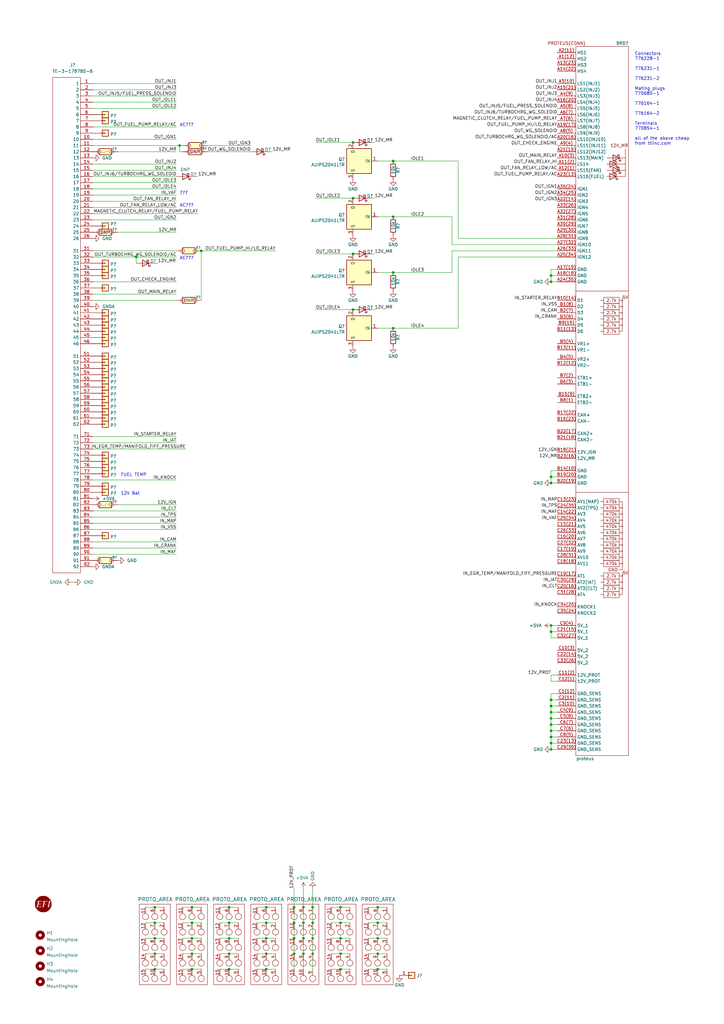
<source format=kicad_sch>
(kicad_sch (version 20210621) (generator eeschema)
  (paper "A3" portrait)
  (junction (at 154.94 391.16))
  (junction (at 109.22 378.46))
  (junction (at 128.27 391.16))
  (junction (at 226.06 299.72))
  (junction (at 144.78 127))
  (junction (at 226.06 294.64))
  (junction (at 120.65 378.46))
  (junction (at 226.06 302.26))
  (junction (at 109.22 384.81))
  (junction (at 144.78 58.42))
  (junction (at 139.7 397.51))
  (junction (at 154.94 397.51))
  (junction (at 226.06 115.57))
  (junction (at 226.06 287.02))
  (junction (at 226.06 297.18))
  (junction (at 120.65 384.81))
  (junction (at 93.98 372.11))
  (junction (at 78.74 391.16))
  (junction (at 226.06 292.1))
  (junction (at 124.46 378.46))
  (junction (at 93.98 391.16))
  (junction (at 78.74 397.51))
  (junction (at 226.06 307.34))
  (junction (at 124.46 391.16))
  (junction (at 139.7 378.46))
  (junction (at 78.74 384.81))
  (junction (at 161.29 66.04))
  (junction (at 154.94 378.46))
  (junction (at 161.29 134.62))
  (junction (at 93.98 397.51))
  (junction (at 124.46 384.81))
  (junction (at 93.98 378.46))
  (junction (at 124.46 372.11))
  (junction (at 120.65 372.11))
  (junction (at 226.06 195.58))
  (junction (at 226.06 289.56))
  (junction (at 226.06 304.8))
  (junction (at 144.78 104.14))
  (junction (at 128.27 378.46))
  (junction (at 63.5 372.11))
  (junction (at 161.29 111.76))
  (junction (at 120.65 391.16))
  (junction (at 63.5 378.46))
  (junction (at 154.94 384.81))
  (junction (at 226.06 198.12))
  (junction (at 161.29 88.9))
  (junction (at 73.66 59.69))
  (junction (at 109.22 372.11))
  (junction (at 109.22 397.51))
  (junction (at 109.22 391.16))
  (junction (at 226.06 259.08))
  (junction (at 63.5 397.51))
  (junction (at 63.5 384.81))
  (junction (at 139.7 372.11))
  (junction (at 93.98 384.81))
  (junction (at 128.27 384.81))
  (junction (at 78.74 372.11))
  (junction (at 139.7 391.16))
  (junction (at 55.88 105.41))
  (junction (at 78.74 378.46))
  (junction (at 144.78 81.28))
  (junction (at 82.55 102.87))
  (junction (at 63.5 391.16))
  (junction (at 128.27 372.11))
  (junction (at 154.94 372.11))
  (junction (at 226.06 113.03))
  (junction (at 139.7 384.81))
  (junction (at 226.06 256.54))
  (wire (pts (xy 63.5 372.11) (xy 67.31 372.11)))
  (wire (pts (xy 38.1 87.63) (xy 81.28 87.63)))
  (wire (pts (xy 59.69 372.11) (xy 63.5 372.11)))
  (wire (pts (xy 120.65 384.81) (xy 120.65 391.16)))
  (wire (pts (xy 120.65 364.49) (xy 120.65 372.11)))
  (wire (pts (xy 78.74 384.81) (xy 82.55 384.81)))
  (wire (pts (xy 226.06 256.54) (xy 228.6 256.54)))
  (wire (pts (xy 78.74 391.16) (xy 82.55 391.16)))
  (wire (pts (xy 74.93 397.51) (xy 78.74 397.51)))
  (wire (pts (xy 161.29 134.62) (xy 187.96 134.62)))
  (wire (pts (xy 111.76 62.23) (xy 110.49 62.23)))
  (wire (pts (xy 38.1 52.07) (xy 72.39 52.07)))
  (wire (pts (xy 135.89 384.81) (xy 139.7 384.81)))
  (wire (pts (xy 161.29 66.04) (xy 187.96 66.04)))
  (wire (pts (xy 129.54 81.28) (xy 144.78 81.28)))
  (wire (pts (xy 124.46 364.49) (xy 124.46 372.11)))
  (wire (pts (xy 226.06 304.8) (xy 228.6 304.8)))
  (wire (pts (xy 226.06 259.08) (xy 228.6 259.08)))
  (wire (pts (xy 226.06 302.26) (xy 228.6 302.26)))
  (wire (pts (xy 153.67 81.28) (xy 152.4 81.28)))
  (wire (pts (xy 187.96 97.79) (xy 228.6 97.79)))
  (wire (pts (xy 187.96 66.04) (xy 187.96 97.79)))
  (wire (pts (xy 109.22 384.81) (xy 113.03 384.81)))
  (wire (pts (xy 74.93 384.81) (xy 78.74 384.81)))
  (wire (pts (xy 38.1 72.39) (xy 72.39 72.39)))
  (wire (pts (xy 139.7 391.16) (xy 143.51 391.16)))
  (wire (pts (xy 93.98 391.16) (xy 97.79 391.16)))
  (wire (pts (xy 72.39 95.25) (xy 48.26 95.25)))
  (wire (pts (xy 153.67 104.14) (xy 152.4 104.14)))
  (wire (pts (xy 124.46 391.16) (xy 124.46 397.51)))
  (wire (pts (xy 93.98 397.51) (xy 97.79 397.51)))
  (wire (pts (xy 55.88 105.41) (xy 72.39 105.41)))
  (wire (pts (xy 38.1 105.41) (xy 55.88 105.41)))
  (wire (pts (xy 139.7 378.46) (xy 143.51 378.46)))
  (wire (pts (xy 109.22 391.16) (xy 113.03 391.16)))
  (wire (pts (xy 38.1 120.65) (xy 72.39 120.65)))
  (wire (pts (xy 226.06 294.64) (xy 228.6 294.64)))
  (wire (pts (xy 151.13 372.11) (xy 154.94 372.11)))
  (wire (pts (xy 38.1 214.63) (xy 72.39 214.63)))
  (wire (pts (xy 226.06 287.02) (xy 228.6 287.02)))
  (wire (pts (xy 187.96 134.62) (xy 187.96 105.41)))
  (wire (pts (xy 187.96 105.41) (xy 228.6 105.41)))
  (wire (pts (xy 38.1 181.61) (xy 72.39 181.61)))
  (wire (pts (xy 135.89 397.51) (xy 139.7 397.51)))
  (wire (pts (xy 109.22 378.46) (xy 113.03 378.46)))
  (wire (pts (xy 154.94 378.46) (xy 158.75 378.46)))
  (wire (pts (xy 154.94 88.9) (xy 161.29 88.9)))
  (wire (pts (xy 226.06 193.04) (xy 226.06 195.58)))
  (wire (pts (xy 226.06 195.58) (xy 226.06 198.12)))
  (wire (pts (xy 90.17 391.16) (xy 93.98 391.16)))
  (wire (pts (xy 153.67 127) (xy 152.4 127)))
  (wire (pts (xy 93.98 372.11) (xy 97.79 372.11)))
  (wire (pts (xy 59.69 384.81) (xy 63.5 384.81)))
  (wire (pts (xy 226.06 307.34) (xy 228.6 307.34)))
  (wire (pts (xy 120.65 372.11) (xy 120.65 378.46)))
  (wire (pts (xy 139.7 384.81) (xy 143.51 384.81)))
  (wire (pts (xy 81.28 72.39) (xy 80.01 72.39)))
  (wire (pts (xy 105.41 391.16) (xy 109.22 391.16)))
  (wire (pts (xy 38.1 57.15) (xy 72.39 57.15)))
  (wire (pts (xy 38.1 102.87) (xy 72.39 102.87)))
  (wire (pts (xy 226.06 284.48) (xy 228.6 284.48)))
  (wire (pts (xy 38.1 67.31) (xy 72.39 67.31)))
  (wire (pts (xy 38.1 80.01) (xy 72.39 80.01)))
  (wire (pts (xy 59.69 391.16) (xy 63.5 391.16)))
  (wire (pts (xy 226.06 276.86) (xy 226.06 279.4)))
  (wire (pts (xy 135.89 391.16) (xy 139.7 391.16)))
  (wire (pts (xy 154.94 111.76) (xy 161.29 111.76)))
  (wire (pts (xy 93.98 384.81) (xy 97.79 384.81)))
  (wire (pts (xy 226.06 110.49) (xy 228.6 110.49)))
  (wire (pts (xy 124.46 372.11) (xy 124.46 378.46)))
  (wire (pts (xy 105.41 372.11) (xy 109.22 372.11)))
  (wire (pts (xy 63.5 397.51) (xy 67.31 397.51)))
  (wire (pts (xy 128.27 372.11) (xy 128.27 378.46)))
  (wire (pts (xy 185.42 102.87) (xy 228.6 102.87)))
  (wire (pts (xy 185.42 111.76) (xy 185.42 102.87)))
  (wire (pts (xy 226.06 195.58) (xy 228.6 195.58)))
  (wire (pts (xy 38.1 77.47) (xy 72.39 77.47)))
  (wire (pts (xy 38.1 44.45) (xy 72.39 44.45)))
  (wire (pts (xy 154.94 134.62) (xy 161.29 134.62)))
  (wire (pts (xy 124.46 384.81) (xy 124.46 391.16)))
  (wire (pts (xy 55.88 105.41) (xy 55.88 107.95)))
  (wire (pts (xy 38.1 179.07) (xy 72.39 179.07)))
  (wire (pts (xy 63.5 391.16) (xy 67.31 391.16)))
  (wire (pts (xy 154.94 66.04) (xy 161.29 66.04)))
  (wire (pts (xy 139.7 372.11) (xy 143.51 372.11)))
  (wire (pts (xy 38.1 217.17) (xy 72.39 217.17)))
  (wire (pts (xy 38.1 82.55) (xy 72.39 82.55)))
  (wire (pts (xy 151.13 378.46) (xy 154.94 378.46)))
  (wire (pts (xy 226.06 289.56) (xy 228.6 289.56)))
  (wire (pts (xy 82.55 102.87) (xy 113.03 102.87)))
  (wire (pts (xy 139.7 397.51) (xy 143.51 397.51)))
  (wire (pts (xy 129.54 58.42) (xy 144.78 58.42)))
  (wire (pts (xy 226.06 302.26) (xy 226.06 304.8)))
  (wire (pts (xy 226.06 299.72) (xy 226.06 302.26)))
  (wire (pts (xy 226.06 292.1) (xy 226.06 294.64)))
  (wire (pts (xy 226.06 294.64) (xy 226.06 297.18)))
  (wire (pts (xy 226.06 287.02) (xy 226.06 289.56)))
  (wire (pts (xy 226.06 289.56) (xy 226.06 292.1)))
  (wire (pts (xy 226.06 297.18) (xy 226.06 299.72)))
  (wire (pts (xy 226.06 284.48) (xy 226.06 287.02)))
  (wire (pts (xy 226.06 304.8) (xy 226.06 307.34)))
  (wire (pts (xy 72.39 62.23) (xy 48.26 62.23)))
  (wire (pts (xy 226.06 256.54) (xy 226.06 259.08)))
  (wire (pts (xy 226.06 259.08) (xy 226.06 261.62)))
  (wire (pts (xy 226.06 193.04) (xy 228.6 193.04)))
  (wire (pts (xy 73.66 62.23) (xy 73.66 59.69)))
  (wire (pts (xy 74.93 62.23) (xy 73.66 62.23)))
  (wire (pts (xy 82.55 102.87) (xy 82.55 123.19)))
  (wire (pts (xy 151.13 384.81) (xy 154.94 384.81)))
  (wire (pts (xy 129.54 104.14) (xy 144.78 104.14)))
  (wire (pts (xy 226.06 113.03) (xy 226.06 115.57)))
  (wire (pts (xy 74.93 372.11) (xy 78.74 372.11)))
  (wire (pts (xy 74.93 378.46) (xy 78.74 378.46)))
  (wire (pts (xy 38.1 115.57) (xy 72.39 115.57)))
  (wire (pts (xy 38.1 34.29) (xy 72.39 34.29)))
  (wire (pts (xy 226.06 198.12) (xy 228.6 198.12)))
  (wire (pts (xy 124.46 378.46) (xy 124.46 384.81)))
  (wire (pts (xy 90.17 372.11) (xy 93.98 372.11)))
  (wire (pts (xy 154.94 372.11) (xy 158.75 372.11)))
  (wire (pts (xy 128.27 384.81) (xy 128.27 391.16)))
  (wire (pts (xy 153.67 58.42) (xy 152.4 58.42)))
  (wire (pts (xy 135.89 372.11) (xy 139.7 372.11)))
  (wire (pts (xy 151.13 397.51) (xy 154.94 397.51)))
  (wire (pts (xy 38.1 90.17) (xy 72.39 90.17)))
  (wire (pts (xy 85.09 59.69) (xy 102.87 59.69)))
  (wire (pts (xy 226.06 299.72) (xy 228.6 299.72)))
  (wire (pts (xy 129.54 127) (xy 144.78 127)))
  (wire (pts (xy 59.69 378.46) (xy 63.5 378.46)))
  (wire (pts (xy 64.77 107.95) (xy 63.5 107.95)))
  (wire (pts (xy 161.29 88.9) (xy 185.42 88.9)))
  (wire (pts (xy 85.09 62.23) (xy 102.87 62.23)))
  (wire (pts (xy 226.06 276.86) (xy 228.6 276.86)))
  (wire (pts (xy 105.41 397.51) (xy 109.22 397.51)))
  (wire (pts (xy 29.21 238.76) (xy 30.48 238.76)))
  (wire (pts (xy 128.27 378.46) (xy 128.27 384.81)))
  (wire (pts (xy 38.1 209.55) (xy 72.39 209.55)))
  (wire (pts (xy 226.06 110.49) (xy 226.06 113.03)))
  (wire (pts (xy 120.65 391.16) (xy 120.65 397.51)))
  (wire (pts (xy 228.6 100.33) (xy 185.42 100.33)))
  (wire (pts (xy 185.42 100.33) (xy 185.42 88.9)))
  (wire (pts (xy 59.69 397.51) (xy 63.5 397.51)))
  (wire (pts (xy 38.1 74.93) (xy 72.39 74.93)))
  (wire (pts (xy 78.74 397.51) (xy 82.55 397.51)))
  (wire (pts (xy 226.06 297.18) (xy 228.6 297.18)))
  (wire (pts (xy 105.41 378.46) (xy 109.22 378.46)))
  (wire (pts (xy 38.1 224.79) (xy 72.39 224.79)))
  (wire (pts (xy 38.1 123.19) (xy 72.39 123.19)))
  (wire (pts (xy 78.74 372.11) (xy 82.55 372.11)))
  (wire (pts (xy 38.1 39.37) (xy 72.39 39.37)))
  (wire (pts (xy 120.65 378.46) (xy 120.65 384.81)))
  (wire (pts (xy 151.13 391.16) (xy 154.94 391.16)))
  (wire (pts (xy 161.29 111.76) (xy 185.42 111.76)))
  (wire (pts (xy 109.22 397.51) (xy 113.03 397.51)))
  (wire (pts (xy 38.1 227.33) (xy 72.39 227.33)))
  (wire (pts (xy 78.74 378.46) (xy 82.55 378.46)))
  (wire (pts (xy 109.22 372.11) (xy 113.03 372.11)))
  (wire (pts (xy 38.1 36.83) (xy 72.39 36.83)))
  (wire (pts (xy 38.1 85.09) (xy 72.39 85.09)))
  (wire (pts (xy 226.06 279.4) (xy 228.6 279.4)))
  (wire (pts (xy 154.94 397.51) (xy 158.75 397.51)))
  (wire (pts (xy 38.1 41.91) (xy 72.39 41.91)))
  (wire (pts (xy 226.06 292.1) (xy 228.6 292.1)))
  (wire (pts (xy 38.1 184.15) (xy 76.2 184.15)))
  (wire (pts (xy 128.27 364.49) (xy 128.27 372.11)))
  (wire (pts (xy 38.1 59.69) (xy 73.66 59.69)))
  (wire (pts (xy 73.66 59.69) (xy 74.93 59.69)))
  (wire (pts (xy 154.94 384.81) (xy 158.75 384.81)))
  (wire (pts (xy 226.06 115.57) (xy 228.6 115.57)))
  (wire (pts (xy 90.17 378.46) (xy 93.98 378.46)))
  (wire (pts (xy 226.06 261.62) (xy 228.6 261.62)))
  (wire (pts (xy 63.5 378.46) (xy 67.31 378.46)))
  (wire (pts (xy 154.94 391.16) (xy 158.75 391.16)))
  (wire (pts (xy 38.1 69.85) (xy 72.39 69.85)))
  (wire (pts (xy 38.1 212.09) (xy 72.39 212.09)))
  (wire (pts (xy 90.17 397.51) (xy 93.98 397.51)))
  (wire (pts (xy 38.1 196.85) (xy 72.39 196.85)))
  (wire (pts (xy 38.1 222.25) (xy 72.39 222.25)))
  (wire (pts (xy 90.17 384.81) (xy 93.98 384.81)))
  (wire (pts (xy 74.93 391.16) (xy 78.74 391.16)))
  (wire (pts (xy 63.5 384.81) (xy 67.31 384.81)))
  (wire (pts (xy 128.27 391.16) (xy 128.27 397.51)))
  (wire (pts (xy 72.39 207.01) (xy 48.26 207.01)))
  (wire (pts (xy 93.98 378.46) (xy 97.79 378.46)))
  (wire (pts (xy 226.06 113.03) (xy 228.6 113.03)))
  (wire (pts (xy 105.41 384.81) (xy 109.22 384.81)))
  (wire (pts (xy 135.89 378.46) (xy 139.7 378.46)))
  (text "FUEL TEMP" (at 49.53 195.58 0) (effects (font (size 1.27 1.27)) (justify left bottom)))
  (text "AC???" (at 73.66 106.68 0) (effects (font (size 1.27 1.27)) (justify left bottom)))
  (text "AC???" (at 73.66 85.09 0) (effects (font (size 1.27 1.27)) (justify left bottom)))
  (text "???" (at 73.66 80.01 0) (effects (font (size 1.27 1.27)) (justify left bottom)))
  (text "AC???" (at 73.66 52.07 0) (effects (font (size 1.27 1.27)) (justify left bottom)))
  (text "Connectors\n776228-1\n\n776231-1\n\n776231-2\n\nMating plugs\n770680-1\n\n776164-1\n\n776164-2\n\nTerminals\n770854-1\n\nall of the above cheap\nfrom ttiinc.com" (at 260.35 59.69 0) (effects (font (size 1.27 1.27)) (justify left bottom)))
  (text "12V Bat" (at 49.53 203.2 0) (effects (font (size 1.27 1.27)) (justify left bottom)))
  (label "IN_VSS" (at 228.6 125.73 180))
  (label "OUT_MAIN_RELAY" (at 72.39 120.65 180))
  (label "IN_MAP" (at 228.6 205.74 180))
  (label "IN_IAT" (at 228.6 238.76 180))
  (label "IN_EGR_TEMP{slash}MANIFOLD_FIFF_PRESSURE" (at 76.2 184.15 180))
  (label "OUT_IDLE4" (at 129.54 127 0))
  (label "12V_PROT" (at 226.06 276.86 180))
  (label "12V_MR" (at 153.67 104.14 0))
  (label "12V_MR" (at 81.28 72.39 0))
  (label "OUT_INJ6{slash}TURBOCHRG_WG_SOLEOID" (at 228.6 46.99 180))
  (label "IN_MAF" (at 228.6 210.82 180))
  (label "OUT_INJ4" (at 72.39 69.85 180))
  (label "OUT_IDLE4" (at 72.39 77.47 180))
  (label "OUT_IDLE1" (at 72.39 41.91 180))
  (label "OUT_INJ5{slash}FUEL_PRESS_SOLENOID" (at 228.6 44.45 180))
  (label "IN_TPS" (at 72.39 212.09 180))
  (label "IDLE1" (at 173.99 66.04 180))
  (label "12V_MR" (at 153.67 127 0))
  (label "IN_TPS" (at 228.6 208.28 180))
  (label "12V_PROT" (at 120.65 364.49 90))
  (label "OUT_IDLE2" (at 129.54 81.28 0))
  (label "OUT_MAIN_RELAY" (at 228.6 64.77 180))
  (label "OUT_INJ5{slash}FUEL_PRESS_SOLENOID" (at 72.39 39.37 180))
  (label "12V_IGN" (at 228.6 185.42 180))
  (label "OUT_IGN3" (at 228.6 82.55 180))
  (label "OUT_FUEL_PUMP_HI{slash}LO_RELAY" (at 113.03 102.87 180))
  (label "IN_STARTER_RELAY" (at 228.6 123.19 180))
  (label "IN_CLT" (at 72.39 209.55 180))
  (label "OUT_IDLE2" (at 72.39 44.45 180))
  (label "OUT_INJ3" (at 228.6 39.37 180))
  (label "IN_CLT" (at 228.6 241.3 180))
  (label "IDLE2" (at 173.99 88.9 180))
  (label "12V_MR" (at 153.67 58.42 0))
  (label "OUT_CHECK_ENGINE" (at 72.39 115.57 180))
  (label "IN_CRANK" (at 228.6 130.81 180))
  (label "IN_STARTER_RELAY" (at 72.39 179.07 180))
  (label "IN_EGR_TEMP{slash}MANIFOLD_FIFF_PRESSURE" (at 228.6 236.22 180))
  (label "12V_MR" (at 153.67 81.28 0))
  (label "12V_IGN" (at 72.39 207.01 180))
  (label "OUT_IGN1" (at 228.6 77.47 180))
  (label "IN_KNOCK" (at 72.39 196.85 180))
  (label "OUT_INJ2" (at 72.39 67.31 180))
  (label "IN_CAM" (at 72.39 222.25 180))
  (label "OUT_INJ1" (at 228.6 34.29 180))
  (label "OUT_TURBOCHRG_WG_SOLENOID{slash}AC" (at 228.6 57.15 180))
  (label "12V_MR" (at 72.39 95.25 180))
  (label "OUT_WG_SOLENOID" (at 102.87 62.23 180))
  (label "IN_VAF" (at 228.6 213.36 180))
  (label "IN_VSS" (at 72.39 217.17 180))
  (label "IN_KNOCK" (at 228.6 248.92 180))
  (label "12V_MR" (at 72.39 62.23 180))
  (label "12V_MR" (at 111.76 62.23 0))
  (label "OUT_FAN_RELAY_HI" (at 228.6 67.31 180))
  (label "IN_IAT" (at 72.39 181.61 180))
  (label "OUT_FAN_RELAY_LOW{slash}AC" (at 72.39 85.09 180))
  (label "OUT_INJ1" (at 72.39 34.29 180))
  (label "OUT_FUEL_PUMP_HI{slash}LO_RELAY" (at 228.6 52.07 180))
  (label "OUT_FUEL_PUMP_RELAY{slash}AC" (at 228.6 72.39 180))
  (label "OUT_IDLE3" (at 72.39 74.93 180))
  (label "IDLE4" (at 173.99 134.62 180))
  (label "IN_VAF" (at 72.39 80.01 180))
  (label "OUT_INJ4" (at 228.6 41.91 180))
  (label "OUT_IGN2" (at 228.6 80.01 180))
  (label "OUT_IDLE1" (at 129.54 58.42 0))
  (label "OUT_INJ6{slash}TURBOCHRG_WG_SOLEOID" (at 72.39 72.39 180))
  (label "OUT_INJ3" (at 72.39 36.83 180))
  (label "OUT_FAN_RELAY_HI" (at 72.39 82.55 180))
  (label "IN_CRANK" (at 72.39 224.79 180))
  (label "12V_MR" (at 228.6 187.96 180))
  (label "OUT_IGN1" (at 72.39 57.15 180))
  (label "OUT_IGN2" (at 72.39 90.17 180))
  (label "OUT_FAN_RELAY_LOW{slash}AC" (at 228.6 69.85 180))
  (label "OUT_CHECK_ENGINE" (at 228.6 59.69 180))
  (label "12V_MR" (at 64.77 107.95 0))
  (label "OUT_WG_SOLENOID" (at 228.6 54.61 180))
  (label "IN_CAM" (at 228.6 128.27 180))
  (label "OUT_IDLE3" (at 129.54 104.14 0))
  (label "IDLE3" (at 173.99 111.76 180))
  (label "OUT_FUEL_PUMP_RELAY{slash}AC" (at 72.39 52.07 180))
  (label "MAGNETIC_CLUTCH_RELAY{slash}FUEL_PUMP_RELAY" (at 228.6 49.53 180))
  (label "OUT_INJ2" (at 228.6 36.83 180))
  (label "OUT_IGN3" (at 102.87 59.69 180))
  (label "MAGNETIC_CLUTCH_RELAY{slash}FUEL_PUMP_RELAY" (at 81.28 87.63 180))
  (label "IN_MAF" (at 72.39 227.33 180))
  (label "IN_MAP" (at 72.39 214.63 180))
  (label "OUT_TURBOCHRG_WG_SOLENOID{slash}AC" (at 72.39 105.41 180))
  (symbol (lib_id "power:GND") (at 38.1 97.79 90) (unit 1)
    (property "Reference" "#PWR?" (effects hide))
    (property "Value" "GND" (at 41.91 97.79 90) (effects (justify right)))
  )
  (symbol (lib_id "hellen-one-common:Pad") (at 43.18 158.75 0) (unit 1)
    (property "Reference" "P?" (at 45.2121 159.229 0) (effects (justify left)))
    (property "Value" "Pad" (effects hide))
    (property "Footprint" "hellen-one-common:PAD-TH" (effects hide))
  )
  (symbol (lib_id "hellen-one-common:PROTO_AREA") (at 67.31 370.84 270) (unit 1)
    (property "Reference" "G?" (effects hide))
    (property "Value" "PROTO_AREA" (at 56.5055 368.8763 90) (effects (font (size 1.524 1.524)) (justify left)))
    (property "Footprint" "hellen-one-common:PROTO_AREA" (effects hide))
  )
  (symbol (lib_id "hellen-one-common:Fuse-Pad-Pad") (at 43.18 95.25 0) (unit 1)
    (property "Reference" "F?" (at 46.99 94.1189 0) (effects (font (size 1.016 1.016))))
    (property "Value" "Fuse-Pad-Pad" (effects hide))
    (property "Footprint" "hellen-one-common:PAD-1206-PAD" (effects hide))
    (property "MyComment" "DNP" (at 43.18 95.25 0))
  )
  (symbol (lib_id "Device:R") (at 161.29 115.57 0) (mirror x) (unit 1)
    (property "Reference" "R?" (at 163.31 115.5078 90))
    (property "Value" "10k" (at 161.3355 115.3698 90))
    (property "Footprint" "Resistor_SMD:R_0402_1005Metric" (effects hide))
    (property "LCSC" "C60489" (effects hide))
  )
  (symbol (lib_id "Mechanical:MountingHole") (at 16.51 402.59 0) (unit 1)
    (property "Reference" "H4" (at 19.05 401.6815 0) (effects (justify left)))
    (property "Value" "MountingHole" (at 19.05 404.4566 0) (effects (justify left)))
    (property "Footprint" "MountingHole:MountingHole_5mm_Pad_TopOnly" (effects hide))
  )
  (symbol (lib_id "power:+5VA") (at 38.1 204.47 270) (unit 1)
    (property "Reference" "#PWR?" (effects hide))
    (property "Value" "+5VA" (at 41.91 204.4699 90) (effects (justify left)))
  )
  (symbol (lib_id "Device:D_Schottky") (at 106.68 62.23 180) (unit 1)
    (property "Reference" "D?" (at 109.8652 61.3314 0))
    (property "Value" "D_Schottky" (effects hide))
    (property "Footprint" "Diode_SMD:D_SMA" (effects hide))
    (property "LCSC" "C8678" (effects hide))
    (property "LCSC_ext" "0" (effects hide))
  )
  (symbol (lib_id "hellen-one-common:Pad") (at 43.18 107.95 0) (unit 1)
    (property "Reference" "P?" (at 45.2121 108.429 0) (effects (justify left)))
    (property "Value" "Pad" (effects hide))
    (property "Footprint" "hellen-one-common:PAD-TH" (effects hide))
  )
  (symbol (lib_id "hellen-one-common:PROTO_AREA") (at 97.79 370.84 270) (unit 1)
    (property "Reference" "G?" (effects hide))
    (property "Value" "PROTO_AREA" (at 86.9855 368.8763 90) (effects (font (size 1.524 1.524)) (justify left)))
    (property "Footprint" "hellen-one-common:PROTO_AREA" (effects hide))
  )
  (symbol (lib_id "Power_Management:AUIPS2041L") (at 144.78 111.76 0) (mirror y) (unit 1)
    (property "Reference" "Q?" (at 141.478 110.9991 0) (effects (justify left)))
    (property "Value" "AUIPS2041LTR" (at 141.478 113.2978 0) (effects (justify left)))
    (property "Footprint" "Package_TO_SOT_SMD:SOT-223" (effects hide))
    (property "Datasheet" "https://www.infineon.com/dgdl/Infineon-AUIPS2041-DS-v01_00-EN.pdf?fileId=5546d4625a888733015aae147a9d4c57" (effects hide))
    (property "LCSC" "C113610" (effects hide))
  )
  (symbol (lib_id "hellen-one-common:Pad") (at 43.18 148.59 0) (unit 1)
    (property "Reference" "P?" (at 45.2121 149.069 0) (effects (justify left)))
    (property "Value" "Pad" (effects hide))
    (property "Footprint" "hellen-one-common:PAD-TH" (effects hide))
  )
  (symbol (lib_id "power:GND") (at 226.06 198.12 270) (unit 1)
    (property "Reference" "#PWR?" (effects hide))
    (property "Value" "GND" (at 222.885 198.12 90) (effects (justify right)))
  )
  (symbol (lib_id "hellen-one-common:Jumper-Pad-Pad") (at 77.47 123.19 0) (unit 1)
    (property "Reference" "R?" (at 81.28 121.92 0) (effects (font (size 1.016 1.016))))
    (property "Value" "Jumper-Pad-Pad" (effects hide))
    (property "Footprint" "hellen-one-common:PAD-0805-PAD" (effects hide))
    (property "MyComment" "DNP" (at 77.47 123.19 0))
  )
  (symbol (lib_id "Device:D_Schottky") (at 59.69 107.95 180) (unit 1)
    (property "Reference" "D?" (at 62.8752 107.0514 0))
    (property "Value" "D_Schottky" (effects hide))
    (property "Footprint" "Diode_SMD:D_SMA" (effects hide))
    (property "LCSC" "C8678" (effects hide))
    (property "LCSC_ext" "0" (effects hide))
  )
  (symbol (lib_id "power:GND") (at 144.78 142.24 0) (mirror y) (unit 1)
    (property "Reference" "#PWR?" (effects hide))
    (property "Value" "GND" (at 144.78 146.05 0))
  )
  (symbol (lib_id "power:GNDA") (at 38.1 125.73 90) (unit 1)
    (property "Reference" "#PWR?" (effects hide))
    (property "Value" "GNDA" (at 41.91 125.7299 90) (effects (justify right)))
  )
  (symbol (lib_id "hellen-one-common:Pad") (at 43.18 201.93 0) (unit 1)
    (property "Reference" "P?" (at 45.2121 202.409 0) (effects (justify left)))
    (property "Value" "Pad" (effects hide))
    (property "Footprint" "hellen-one-common:PAD-TH" (effects hide))
  )
  (symbol (lib_id "hellen-one-common:Pad") (at 43.18 161.29 0) (unit 1)
    (property "Reference" "P?" (at 45.2121 161.769 0) (effects (justify left)))
    (property "Value" "Pad" (effects hide))
    (property "Footprint" "hellen-one-common:PAD-TH" (effects hide))
  )
  (symbol (lib_id "proteus:proteus") (at 236.22 19.05 0) (unit 1)
    (property "Reference" "BRD?" (at 255.27 17.78 0))
    (property "Value" "proteus" (at 240.03 311.15 0))
    (property "Footprint" "kicad6-libraries:proteus" (effects hide))
  )
  (symbol (lib_id "hellen-one-common:Pad") (at 43.18 156.21 0) (unit 1)
    (property "Reference" "P?" (at 45.2121 156.689 0) (effects (justify left)))
    (property "Value" "Pad" (effects hide))
    (property "Footprint" "hellen-one-common:PAD-TH" (effects hide))
  )
  (symbol (lib_id "hellen-one-common:Pad") (at 43.18 140.97 0) (unit 1)
    (property "Reference" "P?" (at 45.2121 141.449 0) (effects (justify left)))
    (property "Value" "Pad" (effects hide))
    (property "Footprint" "hellen-one-common:PAD-TH" (effects hide))
  )
  (symbol (lib_id "power:GND") (at 30.48 238.76 90) (unit 1)
    (property "Reference" "#PWR?" (effects hide))
    (property "Value" "GND" (at 34.29 238.76 90) (effects (justify right)))
  )
  (symbol (lib_id "hellen-one-common:Pad") (at 43.18 135.89 0) (unit 1)
    (property "Reference" "P?" (at 45.2121 136.369 0) (effects (justify left)))
    (property "Value" "Pad" (effects hide))
    (property "Footprint" "hellen-one-common:PAD-TH" (effects hide))
  )
  (symbol (lib_id "Device:D_Schottky") (at 148.59 104.14 180) (unit 1)
    (property "Reference" "D?" (at 151.7752 103.2414 0))
    (property "Value" "D_Schottky" (effects hide))
    (property "Footprint" "Diode_SMD:D_SMA" (effects hide))
    (property "LCSC" "C8678" (effects hide))
    (property "LCSC_ext" "0" (effects hide))
  )
  (symbol (lib_id "hellen-one-common:Pad") (at 43.18 130.81 0) (unit 1)
    (property "Reference" "P?" (at 45.2121 131.289 0) (effects (justify left)))
    (property "Value" "Pad" (effects hide))
    (property "Footprint" "hellen-one-common:PAD-TH" (effects hide))
  )
  (symbol (lib_id "hellen-one-common:Pad") (at 43.18 110.49 0) (unit 1)
    (property "Reference" "P?" (at 45.2121 110.969 0) (effects (justify left)))
    (property "Value" "Pad" (effects hide))
    (property "Footprint" "hellen-one-common:PAD-TH" (effects hide))
  )
  (symbol (lib_id "hellen-one-common:Pad") (at 43.18 54.61 0) (unit 1)
    (property "Reference" "P?" (at 45.2121 55.089 0) (effects (justify left)))
    (property "Value" "Pad" (effects hide))
    (property "Footprint" "hellen-one-common:PAD-TH" (effects hide))
  )
  (symbol (lib_id "hellen-one-common:Pad") (at 43.18 151.13 0) (unit 1)
    (property "Reference" "P?" (at 45.2121 151.609 0) (effects (justify left)))
    (property "Value" "Pad" (effects hide))
    (property "Footprint" "hellen-one-common:PAD-TH" (effects hide))
  )
  (symbol (lib_id "power:GND") (at 144.78 96.52 0) (mirror y) (unit 1)
    (property "Reference" "#PWR?" (effects hide))
    (property "Value" "GND" (at 144.78 100.33 0))
  )
  (symbol (lib_id "power:GND") (at 161.29 142.24 0) (unit 1)
    (property "Reference" "#PWR?" (effects hide))
    (property "Value" "GND" (at 161.29 146.05 0))
  )
  (symbol (lib_id "hellen-one-common:Pad") (at 43.18 199.39 0) (unit 1)
    (property "Reference" "P?" (at 45.2121 199.869 0) (effects (justify left)))
    (property "Value" "Pad" (effects hide))
    (property "Footprint" "hellen-one-common:PAD-TH" (effects hide))
  )
  (symbol (lib_id "hellen-one-common:Jumper-Pad-Pad") (at 43.18 229.87 0) (unit 1)
    (property "Reference" "R?" (at 46.99 228.6 0) (effects (font (size 1.016 1.016))))
    (property "Value" "Jumper-Pad-Pad" (effects hide))
    (property "Footprint" "hellen-one-common:PAD-0805-PAD" (effects hide))
    (property "LCSC" "C17477" (effects hide))
  )
  (symbol (lib_id "hellen-one-common:Pad") (at 43.18 46.99 0) (unit 1)
    (property "Reference" "P?" (at 45.2121 47.469 0) (effects (justify left)))
    (property "Value" "Pad" (effects hide))
    (property "Footprint" "hellen-one-common:PAD-TH" (effects hide))
  )
  (symbol (lib_id "Mechanical:MountingHole") (at 16.51 396.24 0) (unit 1)
    (property "Reference" "H3" (at 19.05 395.3315 0) (effects (justify left)))
    (property "Value" "MountingHole" (at 19.05 398.1066 0) (effects (justify left)))
    (property "Footprint" "MountingHole:MountingHole_5mm_Pad_TopOnly" (effects hide))
  )
  (symbol (lib_id "Mechanical:MountingHole") (at 16.51 383.54 0) (unit 1)
    (property "Reference" "H1" (at 19.05 382.6315 0) (effects (justify left)))
    (property "Value" "MountingHole" (at 19.05 385.4066 0) (effects (justify left)))
    (property "Footprint" "MountingHole:MountingHole_5mm_Pad_TopOnly" (effects hide))
  )
  (symbol (lib_id "TE-3-178780-6:TE-3-178780-6") (at 33.02 31.75 0) (mirror y) (unit 1)
    (property "Reference" "J?" (at 29.8069 26.67 0))
    (property "Value" "TE-3-178780-6" (at 29.8069 29.21 0))
    (property "Footprint" "kicad6-libraries:TE-3-178780-6" (effects hide))
  )
  (symbol (lib_id "power:GNDA") (at 29.21 238.76 270) (unit 1)
    (property "Reference" "#PWR?" (effects hide))
    (property "Value" "GNDA" (at 20.32 238.7599 90) (effects (justify left)))
  )
  (symbol (lib_id "Device:R") (at 161.29 69.85 0) (mirror x) (unit 1)
    (property "Reference" "R?" (at 163.31 69.7878 90))
    (property "Value" "10k" (at 161.3355 69.6498 90))
    (property "Footprint" "Resistor_SMD:R_0402_1005Metric" (effects hide))
    (property "LCSC" "C60489" (effects hide))
  )
  (symbol (lib_id "hellen-one-common:Jumper-Pad-Pad") (at 77.47 102.87 0) (unit 1)
    (property "Reference" "R?" (at 81.28 101.6 0) (effects (font (size 1.016 1.016))))
    (property "Value" "Jumper-Pad-Pad" (effects hide))
    (property "Footprint" "hellen-one-common:PAD-0805-PAD" (effects hide))
    (property "LCSC" "C17477" (effects hide))
  )
  (symbol (lib_id "hellen-one-common:Jumper-Pad-Pad") (at 80.01 62.23 0) (unit 1)
    (property "Reference" "R?" (at 83.82 60.96 0) (effects (font (size 1.016 1.016))))
    (property "Value" "Jumper-Pad-Pad" (effects hide))
    (property "Footprint" "hellen-one-common:PAD-0805-PAD" (effects hide))
    (property "MyComment" "DNP" (at 80.01 62.23 0))
  )
  (symbol (lib_id "hellen-one-common:Pad") (at 43.18 49.53 0) (unit 1)
    (property "Reference" "P?" (at 45.2121 50.009 0) (effects (justify left)))
    (property "Value" "Pad" (effects hide))
    (property "Footprint" "hellen-one-common:PAD-TH" (effects hide))
  )
  (symbol (lib_id "Power_Management:AUIPS2041L") (at 144.78 66.04 0) (mirror y) (unit 1)
    (property "Reference" "Q?" (at 141.478 65.2791 0) (effects (justify left)))
    (property "Value" "AUIPS2041LTR" (at 141.478 67.5778 0) (effects (justify left)))
    (property "Footprint" "Package_TO_SOT_SMD:SOT-223" (effects hide))
    (property "Datasheet" "https://www.infineon.com/dgdl/Infineon-AUIPS2041-DS-v01_00-EN.pdf?fileId=5546d4625a888733015aae147a9d4c57" (effects hide))
    (property "LCSC" "C113610" (effects hide))
  )
  (symbol (lib_id "Device:R") (at 161.29 138.43 0) (mirror x) (unit 1)
    (property "Reference" "R?" (at 163.31 138.3678 90))
    (property "Value" "10k" (at 161.3355 138.2298 90))
    (property "Footprint" "Resistor_SMD:R_0402_1005Metric" (effects hide))
    (property "LCSC" "C60489" (effects hide))
  )
  (symbol (lib_id "hellen-one-common:PROTO_AREA") (at 113.03 370.84 270) (unit 1)
    (property "Reference" "G?" (effects hide))
    (property "Value" "PROTO_AREA" (at 102.2255 368.8763 90) (effects (font (size 1.524 1.524)) (justify left)))
    (property "Footprint" "hellen-one-common:PROTO_AREA" (effects hide))
  )
  (symbol (lib_id "Mechanical:MountingHole") (at 16.51 389.89 0) (unit 1)
    (property "Reference" "H2" (at 19.05 388.9815 0) (effects (justify left)))
    (property "Value" "MountingHole" (at 19.05 391.7566 0) (effects (justify left)))
    (property "Footprint" "MountingHole:MountingHole_5mm_Pad_TopOnly" (effects hide))
  )
  (symbol (lib_id "Power_Management:AUIPS2041L") (at 144.78 134.62 0) (mirror y) (unit 1)
    (property "Reference" "Q?" (at 141.478 133.8591 0) (effects (justify left)))
    (property "Value" "AUIPS2041LTR" (at 141.478 136.1578 0) (effects (justify left)))
    (property "Footprint" "Package_TO_SOT_SMD:SOT-223" (effects hide))
    (property "Datasheet" "https://www.infineon.com/dgdl/Infineon-AUIPS2041-DS-v01_00-EN.pdf?fileId=5546d4625a888733015aae147a9d4c57" (effects hide))
    (property "LCSC" "C113610" (effects hide))
  )
  (symbol (lib_id "hellen-one-common:Pad") (at 43.18 118.11 0) (unit 1)
    (property "Reference" "P?" (at 45.2121 118.589 0) (effects (justify left)))
    (property "Value" "Pad" (effects hide))
    (property "Footprint" "hellen-one-common:PAD-TH" (effects hide))
  )
  (symbol (lib_id "power:GND") (at 161.29 73.66 0) (unit 1)
    (property "Reference" "#PWR?" (effects hide))
    (property "Value" "GND" (at 161.29 77.47 0))
  )
  (symbol (lib_id "hellen-one-common:Pad") (at 43.18 171.45 0) (unit 1)
    (property "Reference" "P?" (at 45.2121 171.929 0) (effects (justify left)))
    (property "Value" "Pad" (effects hide))
    (property "Footprint" "hellen-one-common:PAD-TH" (effects hide))
  )
  (symbol (lib_id "Device:D_Schottky") (at 148.59 127 180) (unit 1)
    (property "Reference" "D?" (at 151.7752 126.1014 0))
    (property "Value" "D_Schottky" (effects hide))
    (property "Footprint" "Diode_SMD:D_SMA" (effects hide))
    (property "LCSC" "C8678" (effects hide))
    (property "LCSC_ext" "0" (effects hide))
  )
  (symbol (lib_id "power:GND") (at 163.83 400.05 0) (unit 1)
    (property "Reference" "#PWR?" (effects hide))
    (property "Value" "GND" (at 163.8808 403.9934 0))
  )
  (symbol (lib_id "power:+5VA") (at 124.46 364.49 0) (unit 1)
    (property "Reference" "#PWR?" (effects hide))
    (property "Value" "+5VA" (at 126.521 360.0451 0) (effects (justify right)))
  )
  (symbol (lib_id "hellen-one-common:Pad") (at 43.18 219.71 0) (unit 1)
    (property "Reference" "P?" (at 45.2121 220.189 0) (effects (justify left)))
    (property "Value" "Pad" (effects hide))
    (property "Footprint" "hellen-one-common:PAD-TH" (effects hide))
  )
  (symbol (lib_id "power:GND") (at 128.27 364.49 180) (unit 1)
    (property "Reference" "#PWR?" (effects hide))
    (property "Value" "GND" (at 128.27 361.315 90) (effects (justify right)))
  )
  (symbol (lib_id "power:GND") (at 144.78 73.66 0) (mirror y) (unit 1)
    (property "Reference" "#PWR?" (effects hide))
    (property "Value" "GND" (at 144.78 77.47 0))
  )
  (symbol (lib_id "Connector_Generic:Conn_01x01") (at 168.91 400.05 0) (unit 1)
    (property "Reference" "J?" (at 170.942 400.1516 0) (effects (justify left)))
    (property "Value" "Conn_01x01" (effects hide))
    (property "Footprint" "TestPoint:TestPoint_Pad_D4.0mm" (effects hide))
  )
  (symbol (lib_id "hellen-one-common:Fuse-Pad-Pad") (at 43.18 207.01 0) (unit 1)
    (property "Reference" "F?" (at 46.99 205.8789 0) (effects (font (size 1.016 1.016))))
    (property "Value" "Fuse-Pad-Pad" (effects hide))
    (property "Footprint" "hellen-one-common:PAD-1206-PAD" (effects hide))
    (property "LCSC" "C182446" (effects hide))
  )
  (symbol (lib_id "hellen-one-common:Pad") (at 43.18 186.69 0) (unit 1)
    (property "Reference" "P?" (at 45.2121 187.169 0) (effects (justify left)))
    (property "Value" "Pad" (effects hide))
    (property "Footprint" "hellen-one-common:PAD-TH" (effects hide))
  )
  (symbol (lib_id "Device:D_Schottky") (at 148.59 81.28 180) (unit 1)
    (property "Reference" "D?" (at 151.7752 80.3814 0))
    (property "Value" "D_Schottky" (effects hide))
    (property "Footprint" "Diode_SMD:D_SMA" (effects hide))
    (property "LCSC" "C8678" (effects hide))
    (property "LCSC_ext" "0" (effects hide))
  )
  (symbol (lib_id "power:GND") (at 144.78 119.38 0) (mirror y) (unit 1)
    (property "Reference" "#PWR?" (effects hide))
    (property "Value" "GND" (at 144.78 123.19 0))
  )
  (symbol (lib_id "hellen-one-common:Jumper-Pad-Pad") (at 80.01 59.69 0) (unit 1)
    (property "Reference" "R?" (at 83.82 58.42 0) (effects (font (size 1.016 1.016))))
    (property "Value" "Jumper-Pad-Pad" (effects hide))
    (property "Footprint" "hellen-one-common:PAD-0805-PAD" (effects hide))
    (property "LCSC" "C17477" (effects hide))
  )
  (symbol (lib_id "hellen-one-common:PROTO_AREA") (at 82.55 370.84 270) (unit 1)
    (property "Reference" "G?" (effects hide))
    (property "Value" "PROTO_AREA" (at 71.7455 368.8763 90) (effects (font (size 1.524 1.524)) (justify left)))
    (property "Footprint" "hellen-one-common:PROTO_AREA" (effects hide))
  )
  (symbol (lib_id "Device:D_Schottky") (at 76.2 72.39 180) (unit 1)
    (property "Reference" "D?" (at 79.3852 71.4914 0))
    (property "Value" "DNP" (at 75.9743 69.5731 0))
    (property "Footprint" "Diode_SMD:D_SMA" (effects hide))
    (property "LCSC_ext" "0" (effects hide))
  )
  (symbol (lib_id "hellen-one-common:Pad") (at 43.18 163.83 0) (unit 1)
    (property "Reference" "P?" (at 45.2121 164.309 0) (effects (justify left)))
    (property "Value" "Pad" (effects hide))
    (property "Footprint" "hellen-one-common:PAD-TH" (effects hide))
  )
  (symbol (lib_id "hellen-one-common:Pad") (at 43.18 128.27 0) (unit 1)
    (property "Reference" "P?" (at 45.2121 128.749 0) (effects (justify left)))
    (property "Value" "Pad" (effects hide))
    (property "Footprint" "hellen-one-common:PAD-TH" (effects hide))
  )
  (symbol (lib_id "hellen-one-common:Fuse-Pad-Pad") (at 43.18 62.23 0) (unit 1)
    (property "Reference" "F?" (at 46.99 61.0989 0) (effects (font (size 1.016 1.016))))
    (property "Value" "Fuse-Pad-Pad" (effects hide))
    (property "Footprint" "hellen-one-common:PAD-1206-PAD" (effects hide))
    (property "LCSC" "C182446" (effects hide))
  )
  (symbol (lib_id "hellen-one-common:Pad") (at 43.18 113.03 0) (unit 1)
    (property "Reference" "P?" (at 45.2121 113.509 0) (effects (justify left)))
    (property "Value" "Pad" (effects hide))
    (property "Footprint" "hellen-one-common:PAD-TH" (effects hide))
  )
  (symbol (lib_id "hellen-one-common:Pad") (at 43.18 133.35 0) (unit 1)
    (property "Reference" "P?" (at 45.2121 133.829 0) (effects (justify left)))
    (property "Value" "Pad" (effects hide))
    (property "Footprint" "hellen-one-common:PAD-TH" (effects hide))
  )
  (symbol (lib_id "Power_Management:AUIPS2041L") (at 144.78 88.9 0) (mirror y) (unit 1)
    (property "Reference" "Q?" (at 141.478 88.1391 0) (effects (justify left)))
    (property "Value" "AUIPS2041LTR" (at 141.478 90.4378 0) (effects (justify left)))
    (property "Footprint" "Package_TO_SOT_SMD:SOT-223" (effects hide))
    (property "Datasheet" "https://www.infineon.com/dgdl/Infineon-AUIPS2041-DS-v01_00-EN.pdf?fileId=5546d4625a888733015aae147a9d4c57" (effects hide))
    (property "LCSC" "C113610" (effects hide))
  )
  (symbol (lib_id "hellen-one-common:PROTO_AREA") (at 158.75 370.84 270) (unit 1)
    (property "Reference" "G?" (effects hide))
    (property "Value" "PROTO_AREA" (at 147.9455 368.8763 90) (effects (font (size 1.524 1.524)) (justify left)))
    (property "Footprint" "hellen-one-common:PROTO_AREA" (effects hide))
  )
  (symbol (lib_id "hellen-one-common:Pad") (at 43.18 92.71 0) (unit 1)
    (property "Reference" "P?" (at 45.2121 91.919 0) (effects (justify left)))
    (property "Value" "Pad" (effects hide))
    (property "Footprint" "hellen-one-common:PAD-TH" (effects hide))
  )
  (symbol (lib_id "hellen-one-common:Pad") (at 43.18 194.31 0) (unit 1)
    (property "Reference" "P?" (at 45.2121 194.789 0) (effects (justify left)))
    (property "Value" "Pad" (effects hide))
    (property "Footprint" "hellen-one-common:PAD-TH" (effects hide))
  )
  (symbol (lib_id "power:GND") (at 161.29 96.52 0) (unit 1)
    (property "Reference" "#PWR?" (effects hide))
    (property "Value" "GND" (at 161.29 100.33 0))
  )
  (symbol (lib_id "power:GNDA") (at 38.1 232.41 90) (unit 1)
    (property "Reference" "#PWR?" (effects hide))
    (property "Value" "GNDA" (at 46.99 232.4101 90) (effects (justify left)))
  )
  (symbol (lib_id "hellen-one-common:Pad") (at 43.18 189.23 0) (unit 1)
    (property "Reference" "P?" (at 45.2121 189.709 0) (effects (justify left)))
    (property "Value" "Pad" (effects hide))
    (property "Footprint" "hellen-one-common:PAD-TH" (effects hide))
  )
  (symbol (lib_id "power:+5VA") (at 226.06 256.54 90) (unit 1)
    (property "Reference" "#PWR?" (effects hide))
    (property "Value" "+5VA" (at 222.25 256.5401 90) (effects (justify left)))
  )
  (symbol (lib_id "hellen-one-common:PROTO_AREA") (at 128.27 370.84 270) (unit 1)
    (property "Reference" "G?" (effects hide))
    (property "Value" "PROTO_AREA" (at 117.4655 368.8763 90) (effects (font (size 1.524 1.524)) (justify left)))
    (property "Footprint" "hellen-one-common:PROTO_AREA" (effects hide))
  )
  (symbol (lib_id "hellen-one-common:Pad") (at 43.18 153.67 0) (unit 1)
    (property "Reference" "P?" (at 45.2121 154.149 0) (effects (justify left)))
    (property "Value" "Pad" (effects hide))
    (property "Footprint" "hellen-one-common:PAD-TH" (effects hide))
  )
  (symbol (lib_id "hellen-one-common:Pad") (at 43.18 138.43 0) (unit 1)
    (property "Reference" "P?" (at 45.2121 138.909 0) (effects (justify left)))
    (property "Value" "Pad" (effects hide))
    (property "Footprint" "hellen-one-common:PAD-TH" (effects hide))
  )
  (symbol (lib_id "power:GND") (at 226.06 115.57 270) (unit 1)
    (property "Reference" "#PWR?" (effects hide))
    (property "Value" "GND" (at 222.885 115.57 90) (effects (justify right)))
  )
  (symbol (lib_id "power:GND") (at 48.26 229.87 90) (unit 1)
    (property "Reference" "#PWR?" (effects hide))
    (property "Value" "GND" (at 52.07 229.87 90) (effects (justify right)))
  )
  (symbol (lib_id "power:GND") (at 161.29 119.38 0) (unit 1)
    (property "Reference" "#PWR?" (effects hide))
    (property "Value" "GND" (at 161.29 123.19 0))
  )
  (symbol (lib_id "hellen-one-common:Pad") (at 43.18 168.91 0) (unit 1)
    (property "Reference" "P?" (at 45.2121 169.389 0) (effects (justify left)))
    (property "Value" "Pad" (effects hide))
    (property "Footprint" "hellen-one-common:PAD-TH" (effects hide))
  )
  (symbol (lib_id "Device:D_Schottky") (at 148.59 58.42 180) (unit 1)
    (property "Reference" "D?" (at 151.7752 57.5214 0))
    (property "Value" "D_Schottky" (effects hide))
    (property "Footprint" "Diode_SMD:D_SMA" (effects hide))
    (property "LCSC" "C8678" (effects hide))
    (property "LCSC_ext" "0" (effects hide))
  )
  (symbol (lib_id "power:GND") (at 226.06 307.34 270) (unit 1)
    (property "Reference" "#PWR?" (effects hide))
    (property "Value" "GND" (at 222.885 307.34 90) (effects (justify right)))
  )
  (symbol (lib_id "hellen-one-common:Pad") (at 43.18 191.77 0) (unit 1)
    (property "Reference" "P?" (at 45.2121 192.249 0) (effects (justify left)))
    (property "Value" "Pad" (effects hide))
    (property "Footprint" "hellen-one-common:PAD-TH" (effects hide))
  )
  (symbol (lib_id "Device:R") (at 161.29 92.71 0) (mirror x) (unit 1)
    (property "Reference" "R?" (at 163.31 92.6478 90))
    (property "Value" "10k" (at 161.3355 92.5098 90))
    (property "Footprint" "Resistor_SMD:R_0402_1005Metric" (effects hide))
    (property "LCSC" "C60489" (effects hide))
  )
  (symbol (lib_id "hellen-one-common:Pad") (at 43.18 146.05 0) (unit 1)
    (property "Reference" "P?" (at 45.2121 146.529 0) (effects (justify left)))
    (property "Value" "Pad" (effects hide))
    (property "Footprint" "hellen-one-common:PAD-TH" (effects hide))
  )
  (symbol (lib_id "hellen-one-common:Pad") (at 43.18 166.37 0) (unit 1)
    (property "Reference" "P?" (at 45.2121 166.849 0) (effects (justify left)))
    (property "Value" "Pad" (effects hide))
    (property "Footprint" "hellen-one-common:PAD-TH" (effects hide))
  )
  (symbol (lib_id "hellen-one-common:Pad") (at 43.18 173.99 0) (unit 1)
    (property "Reference" "P?" (at 45.2121 174.469 0) (effects (justify left)))
    (property "Value" "Pad" (effects hide))
    (property "Footprint" "hellen-one-common:PAD-TH" (effects hide))
  )
  (symbol (lib_id "hellen-one-common:PROTO_AREA") (at 143.51 370.84 270) (unit 1)
    (property "Reference" "G?" (effects hide))
    (property "Value" "PROTO_AREA" (at 132.7055 368.8763 90) (effects (font (size 1.524 1.524)) (justify left)))
    (property "Footprint" "hellen-one-common:PROTO_AREA" (effects hide))
  )
  (symbol (lib_id "power:GND") (at 38.1 64.77 90) (unit 1)
    (property "Reference" "#PWR?" (effects hide))
    (property "Value" "GND" (at 41.91 64.77 90) (effects (justify right)))
  )
  (symbol (lib_id "rusefi_logo:RUSEFI_LOGO") (at 17.78 370.84 0) (unit 1)
    (property "Reference" "G?" (effects hide))
    (property "Value" "RUSEFI_LOGO" (effects hide))
    (property "Footprint" "kicad6-libraries:rusefi_logo" (effects hide))
  )
)
</source>
